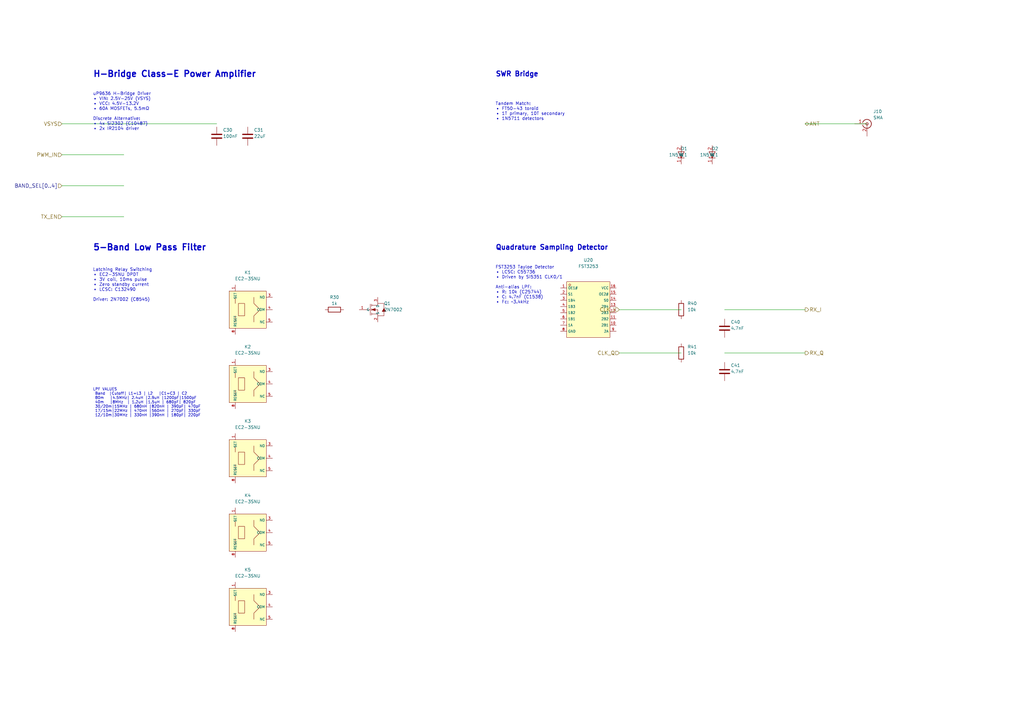
<source format=kicad_sch>
(kicad_sch (version 20231120) (generator "eeschema") (generator_version "8.0")
  (paper "A3")
  (lib_symbols
    (symbol "2N7002:2N7002"
      (property "Reference" "Q" (at 0 1.27 0))
      (property "Value" "2N7002" (at 0 -2.54 0))
      (symbol "2N7002_0_1"
        (polyline (pts (xy 0 0) (xy 1.524 -0.508) (xy 1.524 0.508) (xy 0 0)) (fill (type outline)))
        (polyline (pts (xy 0 1.778) (xy 2.54 1.778) (xy 2.54 2.54) (xy 5.08 2.54) (xy 5.08 0.508)))
        (polyline (pts (xy 0 0) (xy 2.54 0) (xy 2.54 -2.54) (xy 5.08 -2.54) (xy 5.08 -0.762)))
        (polyline (pts (xy 2.54 -1.778) (xy 0 -1.778)))
        (polyline (pts (xy -0.508 2.286) (xy -0.508 -2.286)))
        (polyline (pts (xy 0 2.286) (xy 0 1.27)))
        (polyline (pts (xy 0 -0.508) (xy 0 0.508)))
        (polyline (pts (xy 0 -2.286) (xy 0 -1.27)))
        (polyline (pts (xy -2.54 0) (xy -0.508 0)))
        (polyline (pts (xy 5.08 0.508) (xy 4.318 -0.762) (xy 5.842 -0.762) (xy 5.08 0.508)) (fill (type outline)))
        (pin unspecified line (at 2.54 5.08 270) (length 2.54) (name "D") (number "3"))
        (pin unspecified line (at -5.08 0 0) (length 2.54) (name "G") (number "1"))
        (pin unspecified line (at 2.54 -5.08 90) (length 2.54) (name "S") (number "2"))
      )
    )
    (symbol "FST3253MX:FST3253MX"
      (property "Reference" "U" (at 0 1.27 0))
      (property "Value" "FST3253MX" (at 0 -2.54 0))
      (symbol "FST3253MX_0_1"
        (rectangle (start -8.89 11.43) (end 8.89 -11.43) (fill (type background)))
        (circle (center -7.62 10.16) (radius 0.381) (fill (type background)))
        (pin unspecified line (at -11.43 8.89 0) (length 2.54) (name "OE1#") (number "1"))
        (pin unspecified line (at -11.43 6.35 0) (length 2.54) (name "S1") (number "2"))
        (pin unspecified line (at -11.43 3.81 0) (length 2.54) (name "1B4") (number "3"))
        (pin unspecified line (at -11.43 1.27 0) (length 2.54) (name "1B3") (number "4"))
        (pin unspecified line (at -11.43 -1.27 0) (length 2.54) (name "1B2") (number "5"))
        (pin unspecified line (at -11.43 -3.81 0) (length 2.54) (name "1B1") (number "6"))
        (pin unspecified line (at -11.43 -6.35 0) (length 2.54) (name "1A") (number "7"))
        (pin power_in line (at -11.43 -8.89 0) (length 2.54) (name "GND") (number "8"))
        (pin unspecified line (at 11.43 -8.89 180) (length 2.54) (name "2A") (number "9"))
        (pin unspecified line (at 11.43 -6.35 180) (length 2.54) (name "2B1") (number "10"))
        (pin unspecified line (at 11.43 -3.81 180) (length 2.54) (name "2B2") (number "11"))
        (pin unspecified line (at 11.43 -1.27 180) (length 2.54) (name "2B3") (number "12"))
        (pin unspecified line (at 11.43 1.27 180) (length 2.54) (name "2B4") (number "13"))
        (pin unspecified line (at 11.43 3.81 180) (length 2.54) (name "S0") (number "14"))
        (pin unspecified line (at 11.43 6.35 180) (length 2.54) (name "OE2#") (number "15"))
        (pin power_in line (at 11.43 8.89 180) (length 2.54) (name "VCC") (number "16"))
      )
    )
    (symbol "Device:R" (pin_numbers hide) (pin_names (offset 0))
      (property "Reference" "R" (at 2.032 0 90))
      (property "Value" "R" (at 0 0 90))
      (symbol "R_0_1"
        (rectangle (start -1.016 -2.54) (end 1.016 2.54) (stroke (width 0.254)))
      )
      (symbol "R_1_1"
        (pin passive line (at 0 3.81 270) (length 1.27) (name "~") (number "1"))
        (pin passive line (at 0 -3.81 90) (length 1.27) (name "~") (number "2"))
      )
    )
    (symbol "Device:C" (pin_numbers hide) (pin_names (offset 0.254))
      (property "Reference" "C" (at 0.635 2.54 0))
      (property "Value" "C" (at 0.635 -2.54 0))
      (symbol "C_0_1"
        (polyline (pts (xy -2.032 -0.762) (xy 2.032 -0.762)) (stroke (width 0.508)))
        (polyline (pts (xy -2.032 0.762) (xy 2.032 0.762)) (stroke (width 0.508)))
      )
      (symbol "C_1_1"
        (pin passive line (at 0 3.81 270) (length 2.794) (name "~") (number "1"))
        (pin passive line (at 0 -3.81 90) (length 2.794) (name "~") (number "2"))
      )
    )
    (symbol "Relay:EC2-3SNU"
      (property "Reference" "K" (at 0 1.27 0))
      (property "Value" "EC2-3SNU" (at 0 -2.54 0))
      (symbol "EC2-3SNU_0_1"
        (rectangle (start -7.62 7.62) (end 7.62 -7.62) (fill (type background)))
        (polyline (pts (xy -5.08 2.54) (xy -5.08 5.08)))
        (polyline (pts (xy -5.08 -5.08) (xy -5.08 -2.54)))
        (rectangle (start -3.81 2.54) (end -1.27 -2.54))
        (polyline (pts (xy 2.54 5.08) (xy 2.54 2.54) (xy 5.08 0) (xy 2.54 -2.54) (xy 2.54 -5.08)))
        (pin passive line (at -5.08 10.16 270) (length 2.54) (name "SET") (number "1"))
        (pin passive line (at -5.08 -10.16 90) (length 2.54) (name "RESET") (number "8"))
        (pin passive line (at 10.16 5.08 180) (length 2.54) (name "NO") (number "3"))
        (pin passive line (at 10.16 0 180) (length 2.54) (name "COM") (number "4"))
        (pin passive line (at 10.16 -5.08 180) (length 2.54) (name "NC") (number "5"))
      )
    )
    (symbol "Connector:Conn_Coaxial" (pin_names hide)
      (property "Reference" "J" (at 0.254 3.048 0))
      (property "Value" "Conn_Coaxial" (at 2.286 0 90))
      (symbol "Conn_Coaxial_0_1"
        (arc (start -1.778 -0.508) (mid 0.2311 -1.8066) (end 1.778 0) (stroke (width 0.254)))
        (arc (start 1.778 0) (mid 0.2311 1.8066) (end -1.778 0.508) (stroke (width 0.254)))
        (circle (center 0 0) (radius 0.508) (stroke (width 0.2032)))
      )
      (symbol "Conn_Coaxial_1_1"
        (pin passive line (at -5.08 0 0) (length 4.572) (name "In") (number "1"))
        (pin passive line (at 0 -5.08 90) (length 5.08) (name "Ext") (number "2"))
      )
    )
    (symbol "Diode:1N5711"
      (property "Reference" "D" (at 0 2.54 0))
      (property "Value" "1N5711" (at 0 -2.54 0))
      (symbol "1N5711_0_1"
        (polyline (pts (xy 1.27 0) (xy -1.27 0)))
        (polyline (pts (xy 1.27 1.27) (xy 1.27 -1.27) (xy -1.27 0) (xy 1.27 1.27)) (stroke (width 0.2032)))
        (polyline (pts (xy -1.27 -1.27) (xy -1.27 1.27) (xy -0.762 1.27)) (stroke (width 0.2032)))
      )
      (symbol "1N5711_1_1"
        (pin passive line (at -3.81 0 0) (length 2.54) (name "K") (number "1"))
        (pin passive line (at 3.81 0 180) (length 2.54) (name "A") (number "2"))
      )
    )
  )
  (title_block (title "RF Section - PA, LPF, T/R Switch") (date "2024-12-24") (rev "1.0") (comment 1 "H-Bridge Class-E PA + 5-Band LPF") (comment 2 "Based on uSDX/truSDX Architecture"))
  (text "H-Bridge Class-E Power Amplifier" (at 38.1 30.48 0) (effects (font (size 2.5 2.5) bold) (justify left)))
  (text "uP9636 H-Bridge Driver\n• VIN: 2.5V-25V (VSYS)\n• VCC: 4.5V-13.2V\n• 60A MOSFETs, 5.5mΩ\n\nDiscrete Alternative:\n• 4x Si2302 (C10487)\n• 2x IR2104 driver" (at 38.1 45.72 0) (effects (font (size 1.27 1.27)) (justify left)))
  (text "5-Band Low Pass Filter" (at 38.1 101.6 0) (effects (font (size 2.5 2.5) bold) (justify left)))
  (text "Latching Relay Switching\n• EC2-3SNU DPDT\n• 3V coil, 10ms pulse\n• Zero standby current\n• LCSC: C132490\n\nDriver: 2N7002 (C8545)" (at 38.1 116.84 0) (effects (font (size 1.27 1.27)) (justify left)))
  (text "LPF VALUES\n Band  |Cutoff| L1=L3 | L2   |C1=C3 | C2\n 80m   |4.5MHz| 2.4uH |2.9uH |1200pF|1500pF\n 40m   |8MHz  | 1.2uH |1.5uH | 680pF| 820pF\n 30/20m|15MHz | 680nH |820nH | 390pF| 470pF\n 17/15m|22MHz | 470nH |560nH | 270pF| 330pF\n 12/10m|30MHz | 330nH |390nH | 180pF| 220pF" (at 38.1 165.1 0) (effects (font (size 1.1 1.1)) (justify left)))
  (text "Quadrature Sampling Detector" (at 203.2 101.6 0) (effects (font (size 2 2) bold) (justify left)))
  (text "FST3253 Tayloe Detector\n• LCSC: C55736\n• Driven by Si5351 CLK0/1\n\nAnti-alias LPF:\n• R: 10k (C25744)\n• C: 4.7nF (C1538)\n• Fc: ~3.4kHz" (at 203.2 116.84 0) (effects (font (size 1.27 1.27)) (justify left)))
  (text "SWR Bridge" (at 203.2 30.48 0) (effects (font (size 2 2) bold) (justify left)))
  (text "Tandem Match:\n• FT50-43 toroid\n• 1T primary, 10T secondary\n• 1N5711 detectors" (at 203.2 45.72 0) (effects (font (size 1.27 1.27)) (justify left)))
  (symbol (lib_id "2N7002:2N7002") (at 152.4 127 0) (unit 1)
    (property "Reference" "Q1" (at 157.48 124.46 0) (effects (justify left)))
    (property "Value" "2N7002" (at 157.48 127 0) (effects (justify left)))
    (property "Footprint" "Package_TO_SOT_SMD:SOT-23" (effects hide))
    (property "LCSC" "C8545" (effects hide))
    (property "JLC_Basic" "Yes" (effects hide))
  )
  (symbol (lib_id "Device:R") (at 137.16 127 90) (unit 1)
    (property "Reference" "R30" (at 137.16 121.92 90))
    (property "Value" "1k" (at 137.16 124.46 90))
    (property "Footprint" "Resistor_SMD:R_0402_1005Metric" (effects hide))
    (property "LCSC" "C11702" (effects hide))
    (property "JLC_Basic" "Yes" (effects hide))
  )
  (symbol (lib_id "Device:R") (at 279.4 127 0) (unit 1)
    (property "Reference" "R40" (at 281.94 124.46 0) (effects (justify left)))
    (property "Value" "10k" (at 281.94 127 0) (effects (justify left)))
    (property "Footprint" "Resistor_SMD:R_0402_1005Metric" (effects hide))
    (property "LCSC" "C25744" (effects hide))
    (property "JLC_Basic" "Yes" (effects hide))
  )
  (symbol (lib_id "Device:R") (at 279.4 144.78 0) (unit 1)
    (property "Reference" "R41" (at 281.94 142.24 0) (effects (justify left)))
    (property "Value" "10k" (at 281.94 144.78 0) (effects (justify left)))
    (property "Footprint" "Resistor_SMD:R_0402_1005Metric" (effects hide))
    (property "LCSC" "C25744" (effects hide))
    (property "JLC_Basic" "Yes" (effects hide))
  )
  (symbol (lib_id "Device:C") (at 297.18 134.62 0) (unit 1)
    (property "Reference" "C40" (at 299.72 132.08 0) (effects (justify left)))
    (property "Value" "4.7nF" (at 299.72 134.62 0) (effects (justify left)))
    (property "Footprint" "Capacitor_SMD:C_0402_1005Metric" (effects hide))
    (property "LCSC" "C1538" (effects hide))
    (property "JLC_Basic" "Yes" (effects hide))
  )
  (symbol (lib_id "Device:C") (at 297.18 152.4 0) (unit 1)
    (property "Reference" "C41" (at 299.72 149.86 0) (effects (justify left)))
    (property "Value" "4.7nF" (at 299.72 152.4 0) (effects (justify left)))
    (property "Footprint" "Capacitor_SMD:C_0402_1005Metric" (effects hide))
    (property "LCSC" "C1538" (effects hide))
    (property "JLC_Basic" "Yes" (effects hide))
  )
  (symbol (lib_id "Device:C") (at 88.9 55.88 0) (unit 1)
    (property "Reference" "C30" (at 91.44 53.34 0) (effects (justify left)))
    (property "Value" "100nF" (at 91.44 55.88 0) (effects (justify left)))
    (property "Footprint" "Capacitor_SMD:C_0402_1005Metric" (effects hide))
    (property "LCSC" "C1525" (effects hide))
    (property "JLC_Basic" "Yes" (effects hide))
  )
  (symbol (lib_id "Device:C") (at 101.6 55.88 0) (unit 1)
    (property "Reference" "C31" (at 104.14 53.34 0) (effects (justify left)))
    (property "Value" "22uF" (at 104.14 55.88 0) (effects (justify left)))
    (property "Footprint" "Capacitor_SMD:C_0805_2012Metric" (effects hide))
    (property "LCSC" "C45783" (effects hide))
    (property "JLC_Basic" "Yes" (effects hide))
  )
  (symbol (lib_id "FST3253MX:FST3253MX") (at 241.3 127 0) (unit 1)
    (property "Reference" "U20" (at 241.3 106.68 0))
    (property "Value" "FST3253" (at 241.3 109.22 0))
    (property "Footprint" "Package_SO:TSSOP-16_4.4x5mm_P0.65mm" (effects hide))
    (property "LCSC" "C55736" (effects hide))
  )
  (symbol (lib_id "Relay:EC2-3SNU") (at 101.6 127 0) (unit 1)
    (property "Reference" "K1" (at 101.6 111.76 0))
    (property "Value" "EC2-3SNU" (at 101.6 114.3 0))
    (property "Footprint" "Relay_THT:Relay_DPDT_Omron_G5V-2" (effects hide))
    (property "LCSC" "C132490" (effects hide))
  )
  (symbol (lib_id "Relay:EC2-3SNU") (at 101.6 157.48 0) (unit 1)
    (property "Reference" "K2" (at 101.6 142.24 0))
    (property "Value" "EC2-3SNU" (at 101.6 144.78 0))
    (property "Footprint" "Relay_THT:Relay_DPDT_Omron_G5V-2" (effects hide))
    (property "LCSC" "C132490" (effects hide))
  )
  (symbol (lib_id "Relay:EC2-3SNU") (at 101.6 187.96 0) (unit 1)
    (property "Reference" "K3" (at 101.6 172.72 0))
    (property "Value" "EC2-3SNU" (at 101.6 175.26 0))
    (property "Footprint" "Relay_THT:Relay_DPDT_Omron_G5V-2" (effects hide))
    (property "LCSC" "C132490" (effects hide))
  )
  (symbol (lib_id "Relay:EC2-3SNU") (at 101.6 218.44 0) (unit 1)
    (property "Reference" "K4" (at 101.6 203.2 0))
    (property "Value" "EC2-3SNU" (at 101.6 205.74 0))
    (property "Footprint" "Relay_THT:Relay_DPDT_Omron_G5V-2" (effects hide))
    (property "LCSC" "C132490" (effects hide))
  )
  (symbol (lib_id "Relay:EC2-3SNU") (at 101.6 248.92 0) (unit 1)
    (property "Reference" "K5" (at 101.6 233.68 0))
    (property "Value" "EC2-3SNU" (at 101.6 236.22 0))
    (property "Footprint" "Relay_THT:Relay_DPDT_Omron_G5V-2" (effects hide))
    (property "LCSC" "C132490" (effects hide))
  )
  (symbol (lib_id "Connector:Conn_Coaxial") (at 355.6 50.8 0) (unit 1)
    (property "Reference" "J10" (at 358.14 45.72 0) (effects (justify left)))
    (property "Value" "SMA" (at 358.14 48.26 0) (effects (justify left)))
    (property "Footprint" "Connector_Coaxial:SMA_Amphenol_132289_EdgeMount" (effects hide))
    (property "LCSC" "C496549" (effects hide))
  )
  (symbol (lib_id "Diode:1N5711") (at 279.4 63.5 90) (unit 1)
    (property "Reference" "D1" (at 281.94 60.96 90) (effects (justify left)))
    (property "Value" "1N5711" (at 281.94 63.5 90) (effects (justify left)))
    (property "Footprint" "Diode_SMD:D_SOD-323" (effects hide))
    (property "LCSC" "C727110" (effects hide))
  )
  (symbol (lib_id "Diode:1N5711") (at 292.1 63.5 90) (unit 1)
    (property "Reference" "D2" (at 294.64 60.96 90) (effects (justify left)))
    (property "Value" "1N5711" (at 294.64 63.5 90) (effects (justify left)))
    (property "Footprint" "Diode_SMD:D_SOD-323" (effects hide))
    (property "LCSC" "C727110" (effects hide))
  )
  (wire (pts (xy 25.4 50.8) (xy 88.9 50.8)))
  (wire (pts (xy 25.4 63.5) (xy 50.8 63.5)))
  (wire (pts (xy 25.4 76.2) (xy 50.8 76.2)))
  (wire (pts (xy 254 127) (xy 279.4 127)))
  (wire (pts (xy 254 144.78) (xy 279.4 144.78)))
  (wire (pts (xy 330.2 50.8) (xy 355.6 50.8)))
  (wire (pts (xy 297.18 127) (xy 330.2 127)))
  (wire (pts (xy 297.18 144.78) (xy 330.2 144.78)))
  (wire (pts (xy 25.4 88.9) (xy 50.8 88.9)))
  (hierarchical_label "VSYS" (shape input) (at 25.4 50.8 180) (effects (font (size 1.524 1.524))))
  (hierarchical_label "PWM_IN" (shape input) (at 25.4 63.5 180) (effects (font (size 1.524 1.524))))
  (hierarchical_label "BAND_SEL[0..4]" (shape input) (at 25.4 76.2 180) (effects (font (size 1.524 1.524))))
  (hierarchical_label "CLK_I" (shape input) (at 254 127 180) (effects (font (size 1.524 1.524))))
  (hierarchical_label "CLK_Q" (shape input) (at 254 144.78 180) (effects (font (size 1.524 1.524))))
  (hierarchical_label "ANT" (shape bidirectional) (at 330.2 50.8 0) (effects (font (size 1.524 1.524))))
  (hierarchical_label "RX_I" (shape output) (at 330.2 127 0) (effects (font (size 1.524 1.524))))
  (hierarchical_label "RX_Q" (shape output) (at 330.2 144.78 0) (effects (font (size 1.524 1.524))))
  (hierarchical_label "TX_EN" (shape input) (at 25.4 88.9 180) (effects (font (size 1.524 1.524))))
)
</source>
